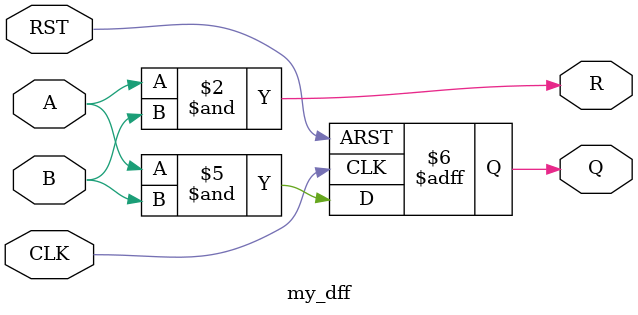
<source format=v>
`timescale 1ns / 1ps


module my_dff(
    input A, B, CLK, RST,
    output reg R,Q
    );
    
always @(A,B)
        R=A&B;
    
always @(posedge CLK, posedge RST)
if (RST==1'b1)
    Q <= 1'b0;
else
    Q <= A&B;
        
    
endmodule

</source>
